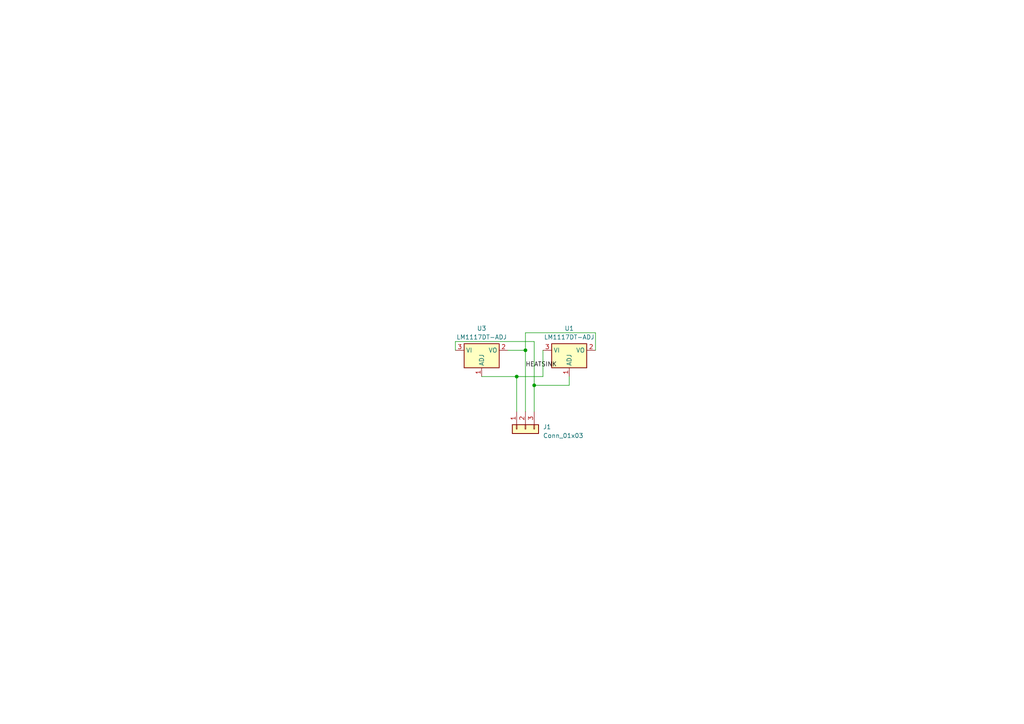
<source format=kicad_sch>
(kicad_sch (version 20230121) (generator eeschema)

  (uuid 4c7e99eb-b4e0-49e7-8853-508959753fb5)

  (paper "A4")

  (lib_symbols
    (symbol "Connector_Generic:Conn_01x03" (pin_names (offset 1.016) hide) (in_bom yes) (on_board yes)
      (property "Reference" "J" (at 0 5.08 0)
        (effects (font (size 1.27 1.27)))
      )
      (property "Value" "Conn_01x03" (at 0 -5.08 0)
        (effects (font (size 1.27 1.27)))
      )
      (property "Footprint" "" (at 0 0 0)
        (effects (font (size 1.27 1.27)) hide)
      )
      (property "Datasheet" "~" (at 0 0 0)
        (effects (font (size 1.27 1.27)) hide)
      )
      (property "ki_keywords" "connector" (at 0 0 0)
        (effects (font (size 1.27 1.27)) hide)
      )
      (property "ki_description" "Generic connector, single row, 01x03, script generated (kicad-library-utils/schlib/autogen/connector/)" (at 0 0 0)
        (effects (font (size 1.27 1.27)) hide)
      )
      (property "ki_fp_filters" "Connector*:*_1x??_*" (at 0 0 0)
        (effects (font (size 1.27 1.27)) hide)
      )
      (symbol "Conn_01x03_1_1"
        (rectangle (start -1.27 -2.413) (end 0 -2.667)
          (stroke (width 0.1524) (type default))
          (fill (type none))
        )
        (rectangle (start -1.27 0.127) (end 0 -0.127)
          (stroke (width 0.1524) (type default))
          (fill (type none))
        )
        (rectangle (start -1.27 2.667) (end 0 2.413)
          (stroke (width 0.1524) (type default))
          (fill (type none))
        )
        (rectangle (start -1.27 3.81) (end 1.27 -3.81)
          (stroke (width 0.254) (type default))
          (fill (type background))
        )
        (pin passive line (at -5.08 2.54 0) (length 3.81)
          (name "Pin_1" (effects (font (size 1.27 1.27))))
          (number "1" (effects (font (size 1.27 1.27))))
        )
        (pin passive line (at -5.08 0 0) (length 3.81)
          (name "Pin_2" (effects (font (size 1.27 1.27))))
          (number "2" (effects (font (size 1.27 1.27))))
        )
        (pin passive line (at -5.08 -2.54 0) (length 3.81)
          (name "Pin_3" (effects (font (size 1.27 1.27))))
          (number "3" (effects (font (size 1.27 1.27))))
        )
      )
    )
    (symbol "Regulator_Linear:LM1117DT-ADJ" (in_bom yes) (on_board yes)
      (property "Reference" "U" (at -3.81 3.175 0)
        (effects (font (size 1.27 1.27)))
      )
      (property "Value" "LM1117DT-ADJ" (at 0 3.175 0)
        (effects (font (size 1.27 1.27)) (justify left))
      )
      (property "Footprint" "Package_TO_SOT_SMD:TO-252-3_TabPin2" (at 0 0 0)
        (effects (font (size 1.27 1.27)) hide)
      )
      (property "Datasheet" "http://www.ti.com/lit/ds/symlink/lm1117.pdf" (at 0 0 0)
        (effects (font (size 1.27 1.27)) hide)
      )
      (property "ki_keywords" "linear regulator ldo adjustable positive" (at 0 0 0)
        (effects (font (size 1.27 1.27)) hide)
      )
      (property "ki_description" "800mA Low-Dropout Linear Regulator, adjustable output, TO-252" (at 0 0 0)
        (effects (font (size 1.27 1.27)) hide)
      )
      (property "ki_fp_filters" "TO?252*" (at 0 0 0)
        (effects (font (size 1.27 1.27)) hide)
      )
      (symbol "LM1117DT-ADJ_0_1"
        (rectangle (start -5.08 -5.08) (end 5.08 1.905)
          (stroke (width 0.254) (type default))
          (fill (type background))
        )
      )
      (symbol "LM1117DT-ADJ_1_1"
        (pin input line (at 0 -7.62 90) (length 2.54)
          (name "ADJ" (effects (font (size 1.27 1.27))))
          (number "1" (effects (font (size 1.27 1.27))))
        )
        (pin power_out line (at 7.62 0 180) (length 2.54)
          (name "VO" (effects (font (size 1.27 1.27))))
          (number "2" (effects (font (size 1.27 1.27))))
        )
        (pin power_in line (at -7.62 0 0) (length 2.54)
          (name "VI" (effects (font (size 1.27 1.27))))
          (number "3" (effects (font (size 1.27 1.27))))
        )
      )
    )
  )

  (junction (at 149.86 109.22) (diameter 0) (color 0 0 0 0)
    (uuid 765a8411-2de0-4d69-94dd-e33bd21a13e7)
  )
  (junction (at 154.94 111.76) (diameter 0) (color 0 0 0 0)
    (uuid cf8a7f45-750e-499c-8d3a-02316c59eb17)
  )
  (junction (at 152.4 101.6) (diameter 0) (color 0 0 0 0)
    (uuid f1d7b571-1041-4e81-add7-df3e15b30c5b)
  )

  (wire (pts (xy 132.08 99.06) (xy 154.94 99.06))
    (stroke (width 0) (type default))
    (uuid 05c1fbb1-12f6-40e8-be3e-ddd6b236aaeb)
  )
  (wire (pts (xy 165.1 109.22) (xy 165.1 111.76))
    (stroke (width 0) (type default))
    (uuid 1b4bafa8-2b43-42bd-ac5f-d78fb66297e1)
  )
  (wire (pts (xy 154.94 99.06) (xy 154.94 111.76))
    (stroke (width 0) (type default))
    (uuid 20f111dc-923c-41af-bdaf-e5016a77d3ec)
  )
  (wire (pts (xy 149.86 109.22) (xy 149.86 119.38))
    (stroke (width 0) (type default))
    (uuid 6a4edcae-be21-4486-a86e-d67176299f35)
  )
  (wire (pts (xy 154.94 111.76) (xy 154.94 119.38))
    (stroke (width 0) (type default))
    (uuid 71075f93-19d5-45a2-9512-7069497f9a27)
  )
  (wire (pts (xy 139.7 109.22) (xy 149.86 109.22))
    (stroke (width 0) (type default))
    (uuid 9358bd61-9960-4aa7-b66f-d2c130271f6e)
  )
  (wire (pts (xy 172.72 101.6) (xy 172.72 96.52))
    (stroke (width 0) (type default))
    (uuid 989120f2-5ff3-458d-adb7-70c147d88f30)
  )
  (wire (pts (xy 147.32 101.6) (xy 152.4 101.6))
    (stroke (width 0) (type default))
    (uuid 9c601470-4605-45e2-9d53-c56c37c41467)
  )
  (wire (pts (xy 165.1 111.76) (xy 154.94 111.76))
    (stroke (width 0) (type default))
    (uuid b219e3e3-37e3-4dfc-a16e-d3602524eef9)
  )
  (wire (pts (xy 152.4 96.52) (xy 152.4 101.6))
    (stroke (width 0) (type default))
    (uuid b86cf90c-510b-4050-9e77-7d1fe13c1d9b)
  )
  (wire (pts (xy 132.08 101.6) (xy 132.08 99.06))
    (stroke (width 0) (type default))
    (uuid d942fb94-9d60-4c39-88c8-5f8949049474)
  )
  (wire (pts (xy 149.86 109.22) (xy 157.48 109.22))
    (stroke (width 0) (type default))
    (uuid e45c9a11-f5f6-4fc8-84c6-0ea65cddbfa9)
  )
  (wire (pts (xy 172.72 96.52) (xy 152.4 96.52))
    (stroke (width 0) (type default))
    (uuid e9e4d570-b522-4ba8-a778-de9c6edbfe86)
  )
  (wire (pts (xy 152.4 101.6) (xy 152.4 119.38))
    (stroke (width 0) (type default))
    (uuid f22f1cd6-8ee7-457f-9bf8-add17050f58c)
  )
  (wire (pts (xy 157.48 101.6) (xy 157.48 109.22))
    (stroke (width 0) (type default))
    (uuid fe8e7484-a9ac-4e2b-9a2b-d69661967f7c)
  )

  (label "HEATSINK" (at 152.4 106.68 0) (fields_autoplaced)
    (effects (font (size 1.27 1.27)) (justify left bottom))
    (uuid b51e58a2-e05c-4abd-83d4-57a53980e6d8)
  )

  (symbol (lib_id "Regulator_Linear:LM1117DT-ADJ") (at 165.1 101.6 0) (unit 1)
    (in_bom yes) (on_board yes) (dnp no) (fields_autoplaced)
    (uuid 498532e7-8406-4e44-bb28-527475f6df55)
    (property "Reference" "U1" (at 165.1 95.25 0)
      (effects (font (size 1.27 1.27)))
    )
    (property "Value" "LM1117DT-ADJ" (at 165.1 97.79 0)
      (effects (font (size 1.27 1.27)))
    )
    (property "Footprint" "Package_TO_SOT_SMD:TO-263-3_TabPin2" (at 165.1 101.6 0)
      (effects (font (size 1.27 1.27)) hide)
    )
    (property "Datasheet" "http://www.ti.com/lit/ds/symlink/lm1117.pdf" (at 165.1 101.6 0)
      (effects (font (size 1.27 1.27)) hide)
    )
    (pin "1" (uuid ae65c80f-6a31-46e6-bd73-e18ad7d697f1))
    (pin "2" (uuid 10d11d1a-43a6-4e41-8f52-35f38e3d3961))
    (pin "3" (uuid 9b563cb3-0ecc-4984-995e-22d5fc438661))
    (instances
      (project "dpaka"
        (path "/4c7e99eb-b4e0-49e7-8853-508959753fb5"
          (reference "U1") (unit 1)
        )
      )
    )
  )

  (symbol (lib_id "Connector_Generic:Conn_01x03") (at 152.4 124.46 90) (mirror x) (unit 1)
    (in_bom yes) (on_board yes) (dnp no) (fields_autoplaced)
    (uuid 8f7db56f-226d-4f0b-b14c-82bbc81e6979)
    (property "Reference" "J1" (at 157.48 123.825 90)
      (effects (font (size 1.27 1.27)) (justify right))
    )
    (property "Value" "Conn_01x03" (at 157.48 126.365 90)
      (effects (font (size 1.27 1.27)) (justify right))
    )
    (property "Footprint" "Connector_PinHeader_2.54mm:PinHeader_1x03_P2.54mm_Vertical" (at 152.4 124.46 0)
      (effects (font (size 1.27 1.27)) hide)
    )
    (property "Datasheet" "~" (at 152.4 124.46 0)
      (effects (font (size 1.27 1.27)) hide)
    )
    (pin "1" (uuid 368e3dd6-d457-47eb-82c4-8a4ab02a8528))
    (pin "2" (uuid 277f8b0b-c40c-422c-8d0f-228cdb915af4))
    (pin "3" (uuid 3b797df5-7801-478e-a0c8-e94b44236bd9))
    (instances
      (project "dpaka"
        (path "/4c7e99eb-b4e0-49e7-8853-508959753fb5"
          (reference "J1") (unit 1)
        )
      )
    )
  )

  (symbol (lib_id "Regulator_Linear:LM1117DT-ADJ") (at 139.7 101.6 0) (unit 1)
    (in_bom yes) (on_board yes) (dnp no) (fields_autoplaced)
    (uuid d0cf8de1-397d-4d0b-9b22-74ceefdf0e39)
    (property "Reference" "U3" (at 139.7 95.25 0)
      (effects (font (size 1.27 1.27)))
    )
    (property "Value" "LM1117DT-ADJ" (at 139.7 97.79 0)
      (effects (font (size 1.27 1.27)))
    )
    (property "Footprint" "Package_TO_SOT_SMD:TO-252-3_TabPin2" (at 139.7 101.6 0)
      (effects (font (size 1.27 1.27)) hide)
    )
    (property "Datasheet" "http://www.ti.com/lit/ds/symlink/lm1117.pdf" (at 139.7 101.6 0)
      (effects (font (size 1.27 1.27)) hide)
    )
    (pin "1" (uuid 7a1c9cf7-75f9-4add-b9b2-58dd59105267))
    (pin "2" (uuid 943d5619-7155-447f-9ea4-1b97b16bf35e))
    (pin "3" (uuid be63e58d-62cf-4f25-8607-eb791435101c))
    (instances
      (project "dpaka"
        (path "/4c7e99eb-b4e0-49e7-8853-508959753fb5"
          (reference "U3") (unit 1)
        )
      )
    )
  )

  (sheet_instances
    (path "/" (page "1"))
  )
)

</source>
